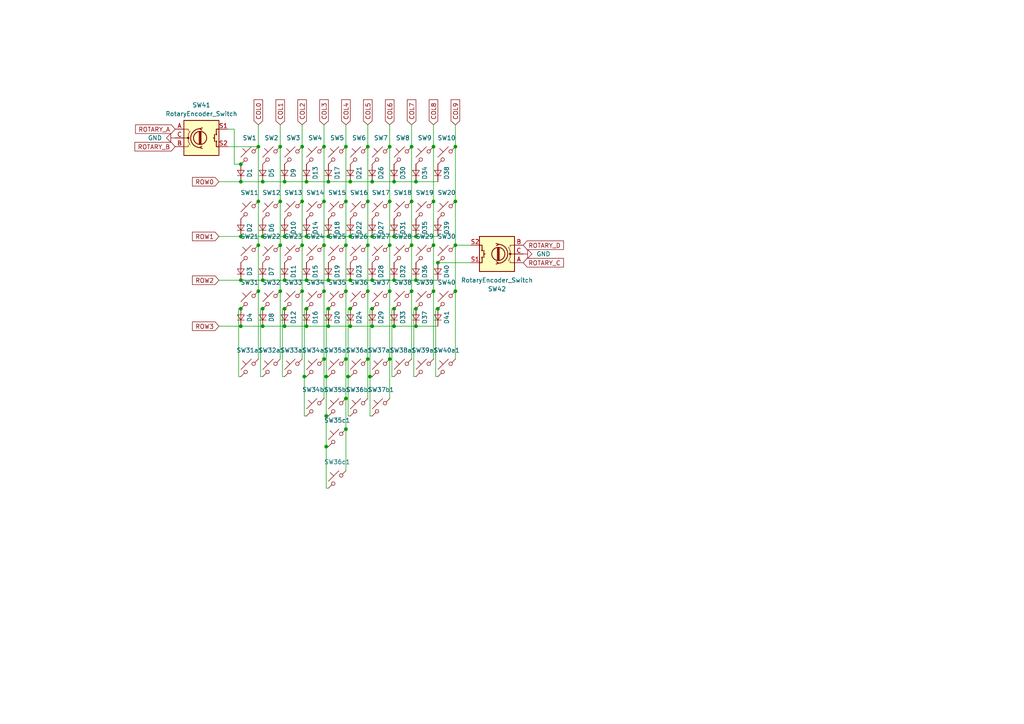
<source format=kicad_sch>
(kicad_sch (version 20230121) (generator eeschema)
  (paper "A4")
  (lib_symbols
    (symbol "ComboDiode:D_Small" (pin_numbers hide) (pin_names (offset 0.254) hide)
      (property "Reference" "D" (at -1.27 2.032 0))
      (property "Value" "D_Small" (at -3.81 -2.032 0))
      (symbol "D_Small_0_1"
        (polyline (pts (xy -0.762 -1.016) (xy -0.762 1.016)))
        (polyline (pts (xy -0.762 0) (xy 0.762 0)))
        (polyline (pts (xy 0.762 -1.016) (xy -0.762 0) (xy 0.762 1.016) (xy 0.762 -1.016)))
      )
      (symbol "D_Small_1_1"
        (pin passive line (at -2.54 0 0) (length 1.778) (name "K") (number "1"))
        (pin passive line (at 2.54 0 180) (length 1.778) (name "A") (number "2"))
      )
    )
    (symbol "Device:RotaryEncoder_Switch" (pin_names (offset 0.254) hide)
      (property "Reference" "SW" (at 0 6.604 0))
      (property "Value" "RotaryEncoder_Switch" (at 0 -6.604 0))
      (symbol "RotaryEncoder_Switch_0_1"
        (rectangle (start -5.08 5.08) (end 5.08 -5.08) (stroke (width 0.254)) (fill (type background)))
        (circle (center -3.81 0) (radius 0.254) (fill (type outline)))
        (circle (center -0.381 0) (radius 1.905) (stroke (width 0.254)))
        (arc (start -0.381 2.667) (mid -3.0988 -0.0635) (end -0.381 -2.794) (stroke (width 0.254)))
        (polyline (pts (xy -0.635 -1.778) (xy -0.635 1.778)) (stroke (width 0.254)))
        (polyline (pts (xy -0.381 -1.778) (xy -0.381 1.778)) (stroke (width 0.254)))
        (polyline (pts (xy -0.127 1.778) (xy -0.127 -1.778)) (stroke (width 0.254)))
        (polyline (pts (xy 3.81 0) (xy 3.429 0)) (stroke (width 0.254)))
        (polyline (pts (xy 3.81 1.016) (xy 3.81 -1.016)) (stroke (width 0.254)))
        (polyline (pts (xy -5.08 -2.54) (xy -3.81 -2.54) (xy -3.81 -2.032)))
        (polyline (pts (xy -5.08 2.54) (xy -3.81 2.54) (xy -3.81 2.032)))
        (polyline (pts (xy 0.254 -3.048) (xy -0.508 -2.794) (xy 0.127 -2.413)) (stroke (width 0.254)))
        (polyline (pts (xy 0.254 2.921) (xy -0.508 2.667) (xy 0.127 2.286)) (stroke (width 0.254)))
        (polyline (pts (xy 5.08 -2.54) (xy 4.318 -2.54) (xy 4.318 -1.016)) (stroke (width 0.254)))
        (polyline (pts (xy 5.08 2.54) (xy 4.318 2.54) (xy 4.318 1.016)) (stroke (width 0.254)))
        (polyline (pts (xy -5.08 0) (xy -3.81 0) (xy -3.81 -1.016) (xy -3.302 -2.032)))
        (polyline (pts (xy -4.318 0) (xy -3.81 0) (xy -3.81 1.016) (xy -3.302 2.032)))
        (circle (center 4.318 -1.016) (radius 0.127) (stroke (width 0.254)))
        (circle (center 4.318 1.016) (radius 0.127) (stroke (width 0.254)))
      )
      (symbol "RotaryEncoder_Switch_1_1"
        (pin passive line (at -7.62 2.54 0) (length 2.54) (name "A") (number "A"))
        (pin passive line (at -7.62 -2.54 0) (length 2.54) (name "B") (number "B"))
        (pin passive line (at -7.62 0 0) (length 2.54) (name "C") (number "C"))
        (pin passive line (at 7.62 2.54 180) (length 2.54) (name "S1") (number "S1"))
        (pin passive line (at 7.62 -2.54 180) (length 2.54) (name "S2") (number "S2"))
      )
    )
    (symbol "Switch:SW_Push_45deg" (pin_numbers hide) (pin_names (offset 1.016) hide)
      (property "Reference" "SW" (at 3.048 1.016 0))
      (property "Value" "SW_Push_45deg" (at 0 -3.81 0))
      (symbol "SW_Push_45deg_0_1"
        (circle (center -1.1684 1.1684) (radius 0.508))
        (polyline (pts (xy -0.508 2.54) (xy 2.54 -0.508)))
        (polyline (pts (xy 1.016 1.016) (xy 2.032 2.032)))
        (polyline (pts (xy -2.54 2.54) (xy -1.524 1.524) (xy -1.524 1.524)))
        (polyline (pts (xy 1.524 -1.524) (xy 2.54 -2.54) (xy 2.54 -2.54) (xy 2.54 -2.54)))
        (circle (center 1.143 -1.1938) (radius 0.508))
        (pin passive line (at -2.54 2.54 0) (length 0) (name "1") (number "1"))
        (pin passive line (at 2.54 -2.54 180) (length 0) (name "2") (number "2"))
      )
    )
    (symbol "power:GND" (power) (pin_names (offset 0))
      (property "Value" "GND" (at 0 -3.81 0))
      (symbol "GND_0_1"
        (polyline (pts (xy 0 0) (xy 0 -1.27) (xy 1.27 -1.27) (xy 0 -2.54) (xy -1.27 -1.27) (xy 0 -1.27)))
      )
      (symbol "GND_1_1"
        (pin power_in line (at 0 0 270) (length 0) hide (name "GND") (number "1"))
      )
    )
  )
  (junction (at 95.25 89.535))
  (junction (at 82.55 89.535))
  (junction (at 93.98 84.455))
  (junction (at 127 76.2))
  (junction (at 76.2 81.28))
  (junction (at 95.25 68.58))
  (junction (at 88.9 94.615))
  (junction (at 127 89.535))
  (junction (at 87.63 71.12))
  (junction (at 101.6 89.535))
  (junction (at 119.38 42.545))
  (junction (at 106.68 104.14))
  (junction (at 120.65 68.58))
  (junction (at 87.63 84.455))
  (junction (at 76.2 68.58))
  (junction (at 100.965 109.22))
  (junction (at 119.38 58.42))
  (junction (at 114.3 89.535))
  (junction (at 114.3 68.58))
  (junction (at 88.265 109.22))
  (junction (at 132.08 84.455))
  (junction (at 132.08 58.42))
  (junction (at 74.93 71.12))
  (junction (at 101.6 94.615))
  (junction (at 114.3 94.615))
  (junction (at 93.98 71.12))
  (junction (at 76.2 94.615))
  (junction (at 81.28 58.42))
  (junction (at 106.68 71.12))
  (junction (at 100.33 42.545))
  (junction (at 120.65 94.615))
  (junction (at 74.93 84.455))
  (junction (at 81.28 42.545))
  (junction (at 114.3 81.28))
  (junction (at 100.33 104.14))
  (junction (at 95.25 81.28))
  (junction (at 82.55 94.615))
  (junction (at 113.03 58.42))
  (junction (at 114.3 52.705))
  (junction (at 107.95 89.535))
  (junction (at 125.73 58.42))
  (junction (at 94.615 129.54))
  (junction (at 107.95 94.615))
  (junction (at 69.85 47.625))
  (junction (at 88.9 89.535))
  (junction (at 69.85 81.28))
  (junction (at 100.33 84.455))
  (junction (at 94.615 120.65))
  (junction (at 101.6 68.58))
  (junction (at 93.98 58.42))
  (junction (at 132.08 42.545))
  (junction (at 106.68 58.42))
  (junction (at 94.615 109.22))
  (junction (at 95.25 94.615))
  (junction (at 106.68 42.545))
  (junction (at 76.2 89.535))
  (junction (at 119.38 71.12))
  (junction (at 113.03 42.545))
  (junction (at 113.03 104.14))
  (junction (at 88.9 68.58))
  (junction (at 93.98 104.14))
  (junction (at 125.73 84.455))
  (junction (at 88.9 81.28))
  (junction (at 120.65 52.705))
  (junction (at 69.85 94.615))
  (junction (at 113.03 71.12))
  (junction (at 132.08 71.12))
  (junction (at 76.2 52.705))
  (junction (at 82.55 68.58))
  (junction (at 100.33 58.42))
  (junction (at 88.9 52.705))
  (junction (at 82.55 81.28))
  (junction (at 101.6 81.28))
  (junction (at 106.68 84.455))
  (junction (at 69.85 68.58))
  (junction (at 107.315 109.22))
  (junction (at 100.33 71.12))
  (junction (at 87.63 42.545))
  (junction (at 87.63 58.42))
  (junction (at 81.28 71.12))
  (junction (at 82.55 52.705))
  (junction (at 93.98 42.545))
  (junction (at 95.25 52.705))
  (junction (at 107.95 68.58))
  (junction (at 74.93 42.545))
  (junction (at 107.95 52.705))
  (junction (at 100.33 115.57))
  (junction (at 101.6 52.705))
  (junction (at 69.85 52.705))
  (junction (at 125.73 42.545))
  (junction (at 119.38 84.455))
  (junction (at 125.73 71.12))
  (junction (at 120.65 81.28))
  (junction (at 69.85 89.535))
  (junction (at 113.03 84.455))
  (junction (at 100.33 124.46))
  (junction (at 74.93 58.42))
  (junction (at 107.95 81.28))
  (junction (at 120.65 89.535))
  (junction (at 81.28 84.455))
  (wire (pts (xy 113.03 58.42) (xy 113.03 42.545)))
  (wire (pts (xy 69.215 89.535) (xy 69.215 109.22)))
  (wire (pts (xy 126.365 89.535) (xy 126.365 109.22)))
  (wire (pts (xy 132.08 36.195) (xy 132.08 42.545)))
  (wire (pts (xy 74.93 84.455) (xy 74.93 104.14)))
  (wire (pts (xy 119.38 84.455) (xy 119.38 104.14)))
  (wire (pts (xy 66.04 42.545) (xy 74.93 42.545)))
  (wire (pts (xy 67.945 47.625) (xy 69.85 47.625)))
  (wire (pts (xy 101.6 81.28) (xy 95.25 81.28)))
  (wire (pts (xy 82.55 52.705) (xy 88.9 52.705)))
  (wire (pts (xy 114.3 81.28) (xy 107.95 81.28)))
  (wire (pts (xy 93.98 71.12) (xy 93.98 84.455)))
  (wire (pts (xy 94.615 120.65) (xy 94.615 129.54)))
  (wire (pts (xy 69.85 94.615) (xy 76.2 94.615)))
  (wire (pts (xy 106.68 84.455) (xy 106.68 104.14)))
  (wire (pts (xy 127 68.58) (xy 120.65 68.58)))
  (wire (pts (xy 87.63 71.12) (xy 87.63 84.455)))
  (wire (pts (xy 106.68 42.545) (xy 106.68 58.42)))
  (wire (pts (xy 94.615 129.54) (xy 94.615 141.605)))
  (wire (pts (xy 95.25 52.705) (xy 101.6 52.705)))
  (wire (pts (xy 107.95 81.28) (xy 101.6 81.28)))
  (wire (pts (xy 120.65 81.28) (xy 114.3 81.28)))
  (wire (pts (xy 93.98 58.42) (xy 93.98 71.12)))
  (wire (pts (xy 94.615 129.54) (xy 95.25 129.54)))
  (wire (pts (xy 63.5 94.615) (xy 69.85 94.615)))
  (wire (pts (xy 127 76.2) (xy 136.525 76.2)))
  (wire (pts (xy 81.28 71.12) (xy 81.28 84.455)))
  (wire (pts (xy 107.95 94.615) (xy 114.3 94.615)))
  (wire (pts (xy 125.73 58.42) (xy 125.73 71.12)))
  (wire (pts (xy 81.28 36.195) (xy 81.28 42.545)))
  (wire (pts (xy 76.2 94.615) (xy 82.55 94.615)))
  (wire (pts (xy 120.015 109.22) (xy 120.65 109.22)))
  (wire (pts (xy 81.28 58.42) (xy 81.28 71.12)))
  (wire (pts (xy 94.615 120.65) (xy 95.25 120.65)))
  (wire (pts (xy 82.55 89.535) (xy 81.915 89.535)))
  (wire (pts (xy 132.08 58.42) (xy 132.08 71.12)))
  (wire (pts (xy 93.98 42.545) (xy 93.98 58.42)))
  (wire (pts (xy 120.65 94.615) (xy 127 94.615)))
  (wire (pts (xy 106.68 58.42) (xy 106.68 71.12)))
  (wire (pts (xy 88.265 120.65) (xy 88.9 120.65)))
  (wire (pts (xy 81.28 42.545) (xy 81.28 58.42)))
  (wire (pts (xy 101.6 89.535) (xy 100.965 89.535)))
  (wire (pts (xy 94.615 89.535) (xy 94.615 109.22)))
  (wire (pts (xy 127 81.28) (xy 120.65 81.28)))
  (wire (pts (xy 113.03 71.12) (xy 113.03 58.42)))
  (wire (pts (xy 126.365 109.22) (xy 127 109.22)))
  (wire (pts (xy 82.55 81.28) (xy 76.2 81.28)))
  (wire (pts (xy 100.33 71.12) (xy 100.33 84.455)))
  (wire (pts (xy 113.665 89.535) (xy 113.665 109.22)))
  (wire (pts (xy 88.9 94.615) (xy 95.25 94.615)))
  (wire (pts (xy 88.265 109.22) (xy 88.265 120.65)))
  (wire (pts (xy 125.73 42.545) (xy 125.73 58.42)))
  (wire (pts (xy 82.55 68.58) (xy 76.2 68.58)))
  (wire (pts (xy 74.93 71.12) (xy 74.93 58.42)))
  (wire (pts (xy 132.08 42.545) (xy 132.08 58.42)))
  (wire (pts (xy 113.03 71.12) (xy 113.03 84.455)))
  (wire (pts (xy 95.25 68.58) (xy 88.9 68.58)))
  (wire (pts (xy 95.25 94.615) (xy 101.6 94.615)))
  (wire (pts (xy 69.85 89.535) (xy 69.215 89.535)))
  (wire (pts (xy 113.665 109.22) (xy 114.3 109.22)))
  (wire (pts (xy 81.915 89.535) (xy 81.915 109.22)))
  (wire (pts (xy 119.38 71.12) (xy 119.38 84.455)))
  (wire (pts (xy 132.08 84.455) (xy 132.08 104.14)))
  (wire (pts (xy 119.38 36.195) (xy 119.38 42.545)))
  (wire (pts (xy 74.93 36.195) (xy 74.93 42.545)))
  (wire (pts (xy 100.33 124.46) (xy 100.33 136.525)))
  (wire (pts (xy 100.33 58.42) (xy 100.33 71.12)))
  (wire (pts (xy 114.3 52.705) (xy 120.65 52.705)))
  (wire (pts (xy 82.55 94.615) (xy 88.9 94.615)))
  (wire (pts (xy 100.965 109.22) (xy 100.965 120.65)))
  (wire (pts (xy 136.525 71.12) (xy 132.08 71.12)))
  (wire (pts (xy 100.33 84.455) (xy 100.33 104.14)))
  (wire (pts (xy 81.915 109.22) (xy 82.55 109.22)))
  (wire (pts (xy 101.6 52.705) (xy 107.95 52.705)))
  (wire (pts (xy 81.28 84.455) (xy 81.28 104.14)))
  (wire (pts (xy 120.65 68.58) (xy 114.3 68.58)))
  (wire (pts (xy 119.38 42.545) (xy 119.38 58.42)))
  (wire (pts (xy 63.5 52.705) (xy 69.85 52.705)))
  (wire (pts (xy 114.3 94.615) (xy 120.65 94.615)))
  (wire (pts (xy 88.9 52.705) (xy 95.25 52.705)))
  (wire (pts (xy 87.63 71.12) (xy 87.63 58.42)))
  (wire (pts (xy 100.965 120.65) (xy 101.6 120.65)))
  (wire (pts (xy 69.85 81.28) (xy 63.5 81.28)))
  (wire (pts (xy 69.85 52.705) (xy 76.2 52.705)))
  (wire (pts (xy 94.615 141.605) (xy 95.25 141.605)))
  (wire (pts (xy 74.93 42.545) (xy 74.93 58.42)))
  (wire (pts (xy 74.93 71.12) (xy 74.93 84.455)))
  (wire (pts (xy 113.03 104.14) (xy 113.03 115.57)))
  (wire (pts (xy 100.33 115.57) (xy 100.33 124.46)))
  (wire (pts (xy 93.98 36.195) (xy 93.98 42.545)))
  (wire (pts (xy 100.33 104.14) (xy 100.33 115.57)))
  (wire (pts (xy 100.33 36.195) (xy 100.33 42.545)))
  (wire (pts (xy 75.565 89.535) (xy 75.565 109.22)))
  (wire (pts (xy 87.63 58.42) (xy 87.63 42.545)))
  (wire (pts (xy 107.95 52.705) (xy 114.3 52.705)))
  (wire (pts (xy 88.265 89.535) (xy 88.265 109.22)))
  (wire (pts (xy 114.3 68.58) (xy 107.95 68.58)))
  (wire (pts (xy 93.98 84.455) (xy 93.98 104.14)))
  (wire (pts (xy 87.63 36.195) (xy 87.63 42.545)))
  (wire (pts (xy 93.98 104.14) (xy 93.98 115.57)))
  (wire (pts (xy 87.63 84.455) (xy 87.63 104.14)))
  (wire (pts (xy 100.33 42.545) (xy 100.33 58.42)))
  (wire (pts (xy 107.95 89.535) (xy 107.315 89.535)))
  (wire (pts (xy 88.9 89.535) (xy 88.265 89.535)))
  (wire (pts (xy 114.3 89.535) (xy 113.665 89.535)))
  (wire (pts (xy 125.73 36.195) (xy 125.73 42.545)))
  (wire (pts (xy 100.965 109.22) (xy 101.6 109.22)))
  (wire (pts (xy 69.215 109.22) (xy 69.85 109.22)))
  (wire (pts (xy 88.9 68.58) (xy 82.55 68.58)))
  (wire (pts (xy 127 89.535) (xy 126.365 89.535)))
  (wire (pts (xy 75.565 109.22) (xy 76.2 109.22)))
  (wire (pts (xy 95.25 89.535) (xy 94.615 89.535)))
  (wire (pts (xy 94.615 109.22) (xy 94.615 120.65)))
  (wire (pts (xy 76.2 68.58) (xy 69.85 68.58)))
  (wire (pts (xy 106.68 71.12) (xy 106.68 84.455)))
  (wire (pts (xy 125.73 84.455) (xy 125.73 104.14)))
  (wire (pts (xy 120.015 89.535) (xy 120.015 109.22)))
  (wire (pts (xy 107.315 120.65) (xy 107.95 120.65)))
  (wire (pts (xy 88.9 81.28) (xy 82.55 81.28)))
  (wire (pts (xy 67.945 37.465) (xy 67.945 47.625)))
  (wire (pts (xy 107.315 89.535) (xy 107.315 109.22)))
  (wire (pts (xy 113.03 84.455) (xy 113.03 104.14)))
  (wire (pts (xy 76.2 89.535) (xy 75.565 89.535)))
  (wire (pts (xy 107.95 68.58) (xy 101.6 68.58)))
  (wire (pts (xy 76.2 52.705) (xy 82.55 52.705)))
  (wire (pts (xy 88.265 109.22) (xy 88.9 109.22)))
  (wire (pts (xy 95.25 81.28) (xy 88.9 81.28)))
  (wire (pts (xy 125.73 71.12) (xy 125.73 84.455)))
  (wire (pts (xy 100.965 89.535) (xy 100.965 109.22)))
  (wire (pts (xy 107.315 109.22) (xy 107.315 120.65)))
  (wire (pts (xy 66.04 37.465) (xy 67.945 37.465)))
  (wire (pts (xy 101.6 68.58) (xy 95.25 68.58)))
  (wire (pts (xy 69.85 68.58) (xy 63.5 68.58)))
  (wire (pts (xy 119.38 58.42) (xy 119.38 71.12)))
  (wire (pts (xy 76.2 81.28) (xy 69.85 81.28)))
  (wire (pts (xy 132.08 71.12) (xy 132.08 84.455)))
  (wire (pts (xy 106.68 104.14) (xy 106.68 115.57)))
  (wire (pts (xy 94.615 109.22) (xy 95.25 109.22)))
  (wire (pts (xy 120.65 52.705) (xy 127 52.705)))
  (wire (pts (xy 113.03 36.195) (xy 113.03 42.545)))
  (wire (pts (xy 106.68 36.195) (xy 106.68 42.545)))
  (wire (pts (xy 101.6 94.615) (xy 107.95 94.615)))
  (wire (pts (xy 120.65 89.535) (xy 120.015 89.535)))
  (wire (pts (xy 107.315 109.22) (xy 107.95 109.22)))
  (global_label "ROTARY_D" (shape input) (at 151.765 71.12 0) (property "Intersheetrefs" "${INTERSHEET_REFS}" (effects hide)))
  (global_label "COL7" (shape input) (at 119.38 36.195 90) (property "Intersheetrefs" "${INTERSHEET_REFS}" (effects hide)))
  (global_label "ROTARY_B" (shape input) (at 50.8 42.545 180) (property "Intersheetrefs" "${INTERSHEET_REFS}" (effects hide)))
  (global_label "COL8" (shape input) (at 125.73 36.195 90) (property "Intersheetrefs" "${INTERSHEET_REFS}" (effects hide)))
  (global_label "ROW3" (shape input) (at 63.5 94.615 180) (property "Intersheetrefs" "${INTERSHEET_REFS}" (effects hide)))
  (global_label "ROW0" (shape input) (at 63.5 52.705 180) (property "Intersheetrefs" "${INTERSHEET_REFS}" (effects hide)))
  (global_label "ROTARY_C" (shape input) (at 151.765 76.2 0) (property "Intersheetrefs" "${INTERSHEET_REFS}" (effects hide)))
  (global_label "COL5" (shape input) (at 106.68 36.195 90) (property "Intersheetrefs" "${INTERSHEET_REFS}" (effects hide)))
  (global_label "COL2" (shape input) (at 87.63 36.195 90) (property "Intersheetrefs" "${INTERSHEET_REFS}" (effects hide)))
  (global_label "ROW2" (shape input) (at 63.5 81.28 180) (property "Intersheetrefs" "${INTERSHEET_REFS}" (effects hide)))
  (global_label "COL4" (shape input) (at 100.33 36.195 90) (property "Intersheetrefs" "${INTERSHEET_REFS}" (effects hide)))
  (global_label "COL6" (shape input) (at 113.03 36.195 90) (property "Intersheetrefs" "${INTERSHEET_REFS}" (effects hide)))
  (global_label "ROW1" (shape input) (at 63.5 68.58 180) (property "Intersheetrefs" "${INTERSHEET_REFS}" (effects hide)))
  (global_label "COL0" (shape input) (at 74.93 36.195 90) (property "Intersheetrefs" "${INTERSHEET_REFS}" (effects hide)))
  (global_label "COL9" (shape input) (at 132.08 36.195 90) (property "Intersheetrefs" "${INTERSHEET_REFS}" (effects hide)))
  (global_label "COL1" (shape input) (at 81.28 36.195 90) (property "Intersheetrefs" "${INTERSHEET_REFS}" (effects hide)))
  (global_label "ROTARY_A" (shape input) (at 50.8 37.465 180) (property "Intersheetrefs" "${INTERSHEET_REFS}" (effects hide)))
  (global_label "COL3" (shape input) (at 93.98 36.195 90) (property "Intersheetrefs" "${INTERSHEET_REFS}" (effects hide)))
  (symbol (lib_id "Switch:SW_Push_45deg") (at 97.79 45.085 0) (mirror y) (unit 1)
    (property "Reference" "SW5" (at 97.79 40.005 0))
    (property "Value" "SW_Push_45deg" (effects hide))
    (property "Footprint" "MX_Only:MXOnly-1U-NoLED" (effects hide))
  )
  (symbol (lib_id "Switch:SW_Push_45deg") (at 123.19 106.68 0) (mirror y) (unit 1)
    (property "Reference" "SW39a1" (at 123.19 101.6 0))
    (property "Value" "SW_Push_45deg" (effects hide))
    (property "Footprint" "MX_Only:MXOnly-1U-NoLED" (effects hide))
  )
  (symbol (lib_id "ComboDiode:D_Small") (at 82.55 92.075 270) (mirror x) (unit 1)
    (property "Reference" "D12" (at 85.09 92.075 0))
    (property "Value" "D_Small" (effects hide))
    (property "Footprint" "Diode_SMD:D_SOD-123F" (effects hide))
  )
  (symbol (lib_id "ComboDiode:D_Small") (at 120.65 66.04 270) (mirror x) (unit 1)
    (property "Reference" "D35" (at 123.19 66.04 0))
    (property "Value" "D_Small" (effects hide))
    (property "Footprint" "Diode_SMD:D_SOD-123F" (effects hide))
  )
  (symbol (lib_id "Switch:SW_Push_45deg") (at 97.79 127 0) (mirror y) (unit 1)
    (property "Reference" "SW35c1" (at 97.79 121.92 0))
    (property "Value" "SW_Push_45deg" (effects hide))
    (property "Footprint" "MX_Only:MXOnly-6U-Centered-ReversedStabilizers-NoLED" (effects hide))
  )
  (symbol (lib_id "Device:RotaryEncoder_Switch") (at 144.145 73.66 180) (unit 1)
    (property "Reference" "SW42" (at 144.145 83.82 0))
    (property "Value" "RotaryEncoder_Switch" (at 144.145 81.28 0))
    (property "Footprint" "Keebio-Parts:RotaryEncoder_EC11-no-legs" (effects hide))
  )
  (symbol (lib_id "ComboDiode:D_Small") (at 82.55 50.165 270) (mirror x) (unit 1)
    (property "Reference" "D9" (at 85.09 50.165 0))
    (property "Value" "D_Small" (effects hide))
    (property "Footprint" "Diode_SMD:D_SOD-123F" (effects hide))
  )
  (symbol (lib_id "ComboDiode:D_Small") (at 82.55 78.74 270) (mirror x) (unit 1)
    (property "Reference" "D11" (at 85.09 78.74 0))
    (property "Value" "D_Small" (effects hide))
    (property "Footprint" "Diode_SMD:D_SOD-123F" (effects hide))
  )
  (symbol (lib_id "ComboDiode:D_Small") (at 88.9 50.165 270) (mirror x) (unit 1)
    (property "Reference" "D13" (at 91.44 50.165 0))
    (property "Value" "D_Small" (effects hide))
    (property "Footprint" "Diode_SMD:D_SOD-123F" (effects hide))
  )
  (symbol (lib_id "Switch:SW_Push_45deg") (at 129.54 60.96 0) (mirror y) (unit 1)
    (property "Reference" "SW20" (at 129.54 55.88 0))
    (property "Value" "SW_Push_45deg" (effects hide))
    (property "Footprint" "MX_Only:MXOnly-1U-NoLED" (effects hide))
  )
  (symbol (lib_id "Switch:SW_Push_45deg") (at 123.19 60.96 0) (mirror y) (unit 1)
    (property "Reference" "SW19" (at 123.19 55.88 0))
    (property "Value" "SW_Push_45deg" (effects hide))
    (property "Footprint" "MX_Only:MXOnly-1U-NoLED" (effects hide))
  )
  (symbol (lib_id "ComboDiode:D_Small") (at 88.9 66.04 270) (mirror x) (unit 1)
    (property "Reference" "D14" (at 91.44 66.04 0))
    (property "Value" "D_Small" (effects hide))
    (property "Footprint" "Diode_SMD:D_SOD-123F" (effects hide))
  )
  (symbol (lib_id "Switch:SW_Push_45deg") (at 116.84 86.995 0) (mirror y) (unit 1)
    (property "Reference" "SW38" (at 116.84 81.915 0))
    (property "Value" "SW_Push_45deg" (effects hide))
    (property "Footprint" "MX_Only:MXOnly-1U-NoLED" (effects hide))
  )
  (symbol (lib_id "ComboDiode:D_Small") (at 76.2 78.74 270) (mirror x) (unit 1)
    (property "Reference" "D7" (at 78.74 78.74 0))
    (property "Value" "D_Small" (effects hide))
    (property "Footprint" "Diode_SMD:D_SOD-123F" (effects hide))
  )
  (symbol (lib_id "Switch:SW_Push_45deg") (at 123.19 73.66 0) (mirror y) (unit 1)
    (property "Reference" "SW29" (at 123.19 68.58 0))
    (property "Value" "SW_Push_45deg" (effects hide))
    (property "Footprint" "MX_Only:MXOnly-1U-NoLED" (effects hide))
  )
  (symbol (lib_id "Switch:SW_Push_45deg") (at 78.74 86.995 0) (mirror y) (unit 1)
    (property "Reference" "SW32" (at 78.74 81.915 0))
    (property "Value" "SW_Push_45deg" (effects hide))
    (property "Footprint" "MX_Only:MXOnly-1U-NoLED" (effects hide))
  )
  (symbol (lib_id "ComboDiode:D_Small") (at 69.85 92.075 270) (mirror x) (unit 1)
    (property "Reference" "D4" (at 72.39 92.075 0))
    (property "Value" "D_Small" (effects hide))
    (property "Footprint" "Diode_SMD:D_SOD-123F" (effects hide))
  )
  (symbol (lib_id "ComboDiode:D_Small") (at 127 66.04 270) (mirror x) (unit 1)
    (property "Reference" "D39" (at 129.54 66.04 0))
    (property "Value" "D_Small" (effects hide))
    (property "Footprint" "Diode_SMD:D_SOD-123F" (effects hide))
  )
  (symbol (lib_id "ComboDiode:D_Small") (at 114.3 92.075 270) (mirror x) (unit 1)
    (property "Reference" "D33" (at 116.84 92.075 0))
    (property "Value" "D_Small" (effects hide))
    (property "Footprint" "Diode_SMD:D_SOD-123F" (effects hide))
  )
  (symbol (lib_id "ComboDiode:D_Small") (at 127 50.165 270) (mirror x) (unit 1)
    (property "Reference" "D38" (at 129.54 50.165 0))
    (property "Value" "D_Small" (effects hide))
    (property "Footprint" "Diode_SMD:D_SOD-123F" (effects hide))
  )
  (symbol (lib_id "Switch:SW_Push_45deg") (at 91.44 73.66 0) (mirror y) (unit 1)
    (property "Reference" "SW24" (at 91.44 68.58 0))
    (property "Value" "SW_Push_45deg" (effects hide))
    (property "Footprint" "MX_Only:MXOnly-1U-NoLED" (effects hide))
  )
  (symbol (lib_id "power:GND") (at 50.8 40.005 270) (unit 1)
    (property "Reference" "#PWR0124" (effects hide))
    (property "Value" "GND" (at 46.99 40.0049 90) (effects (justify right)))
    (instances (project "Didaktik STEM" (path "" (reference "#PWR0124") (unit 1)) (path "" (reference "#PWR08") (unit 1))))
  )
  (symbol (lib_id "Switch:SW_Push_45deg") (at 129.54 45.085 0) (mirror y) (unit 1)
    (property "Reference" "SW10" (at 129.54 40.005 0))
    (property "Value" "SW_Push_45deg" (effects hide))
    (property "Footprint" "MX_Only:MXOnly-1U-NoLED" (effects hide))
  )
  (symbol (lib_id "Switch:SW_Push_45deg") (at 97.79 139.065 0) (mirror y) (unit 1)
    (property "Reference" "SW36c1" (at 97.79 133.985 0))
    (property "Value" "SW_Push_45deg" (effects hide))
    (property "Footprint" "MX_Only:MXOnly-7U-ReversedStabilizers-NoLED" (effects hide))
  )
  (symbol (lib_id "ComboDiode:D_Small") (at 101.6 66.04 270) (mirror x) (unit 1)
    (property "Reference" "D22" (at 104.14 66.04 0))
    (property "Value" "D_Small" (effects hide))
    (property "Footprint" "Diode_SMD:D_SOD-123F" (effects hide))
  )
  (symbol (lib_id "Switch:SW_Push_45deg") (at 104.14 118.11 0) (mirror y) (unit 1)
    (property "Reference" "SW36b1" (at 104.14 113.03 0))
    (property "Value" "SW_Push_45deg" (effects hide))
    (property "Footprint" "MX_Only:MXOnly-2U-ReversedStabilizers-NoLED" (effects hide))
  )
  (symbol (lib_id "Switch:SW_Push_45deg") (at 116.84 45.085 0) (mirror y) (unit 1)
    (property "Reference" "SW8" (at 116.84 40.005 0))
    (property "Value" "SW_Push_45deg" (effects hide))
    (property "Footprint" "MX_Only:MXOnly-1U-NoLED" (effects hide))
  )
  (symbol (lib_id "ComboDiode:D_Small") (at 88.9 92.075 270) (mirror x) (unit 1)
    (property "Reference" "D16" (at 91.44 92.075 0))
    (property "Value" "D_Small" (effects hide))
    (property "Footprint" "Diode_SMD:D_SOD-123F" (effects hide))
  )
  (symbol (lib_id "Switch:SW_Push_45deg") (at 116.84 106.68 0) (mirror y) (unit 1)
    (property "Reference" "SW38a1" (at 116.84 101.6 0))
    (property "Value" "SW_Push_45deg" (effects hide))
    (property "Footprint" "MX_Only:MXOnly-1U-NoLED" (effects hide))
  )
  (symbol (lib_id "Switch:SW_Push_45deg") (at 129.54 106.68 0) (mirror y) (unit 1)
    (property "Reference" "SW40a1" (at 129.54 101.6 0))
    (property "Value" "SW_Push_45deg" (effects hide))
    (property "Footprint" "MX_Only:MXOnly-1U-NoLED" (effects hide))
  )
  (symbol (lib_id "Switch:SW_Push_45deg") (at 72.39 106.68 0) (mirror y) (unit 1)
    (property "Reference" "SW31a1" (at 72.39 101.6 0))
    (property "Value" "SW_Push_45deg" (effects hide))
    (property "Footprint" "MX_Only:MXOnly-1U-NoLED" (effects hide))
  )
  (symbol (lib_id "Switch:SW_Push_45deg") (at 97.79 60.96 0) (mirror y) (unit 1)
    (property "Reference" "SW15" (at 97.79 55.88 0))
    (property "Value" "SW_Push_45deg" (effects hide))
    (property "Footprint" "MX_Only:MXOnly-1U-NoLED" (effects hide))
  )
  (symbol (lib_id "Switch:SW_Push_45deg") (at 91.44 118.11 0) (mirror y) (unit 1)
    (property "Reference" "SW34b1" (at 91.44 113.03 0))
    (property "Value" "SW_Push_45deg" (effects hide))
    (property "Footprint" "MX_Only:MXOnly-3U-ReversedStabilizers-NoLED" (effects hide))
  )
  (symbol (lib_id "Switch:SW_Push_45deg") (at 97.79 73.66 0) (mirror y) (unit 1)
    (property "Reference" "SW25" (at 97.79 68.58 0))
    (property "Value" "SW_Push_45deg" (effects hide))
    (property "Footprint" "MX_Only:MXOnly-1U-NoLED" (effects hide))
  )
  (symbol (lib_id "ComboDiode:D_Small") (at 95.25 78.74 270) (mirror x) (unit 1)
    (property "Reference" "D19" (at 97.79 78.74 0))
    (property "Value" "D_Small" (effects hide))
    (property "Footprint" "Diode_SMD:D_SOD-123F" (effects hide))
  )
  (symbol (lib_id "ComboDiode:D_Small") (at 120.65 92.075 270) (mirror x) (unit 1)
    (property "Reference" "D37" (at 123.19 92.075 0))
    (property "Value" "D_Small" (effects hide))
    (property "Footprint" "Diode_SMD:D_SOD-123F" (effects hide))
  )
  (symbol (lib_id "Switch:SW_Push_45deg") (at 72.39 60.96 0) (mirror y) (unit 1)
    (property "Reference" "SW11" (at 72.39 55.88 0))
    (property "Value" "SW_Push_45deg" (effects hide))
    (property "Footprint" "MX_Only:MXOnly-1U-NoLED" (effects hide))
  )
  (symbol (lib_id "Switch:SW_Push_45deg") (at 85.09 86.995 0) (mirror y) (unit 1)
    (property "Reference" "SW33" (at 85.09 81.915 0))
    (property "Value" "SW_Push_45deg" (effects hide))
    (property "Footprint" "MX_Only:MXOnly-1U-NoLED" (effects hide))
  )
  (symbol (lib_id "ComboDiode:D_Small") (at 107.95 50.165 270) (mirror x) (unit 1)
    (property "Reference" "D26" (at 110.49 50.165 0))
    (property "Value" "D_Small" (effects hide))
    (property "Footprint" "Diode_SMD:D_SOD-123F" (effects hide))
  )
  (symbol (lib_id "ComboDiode:D_Small") (at 88.9 78.74 270) (mirror x) (unit 1)
    (property "Reference" "D15" (at 91.44 78.74 0))
    (property "Value" "D_Small" (effects hide))
    (property "Footprint" "Diode_SMD:D_SOD-123F" (effects hide))
  )
  (symbol (lib_id "Switch:SW_Push_45deg") (at 91.44 60.96 0) (mirror y) (unit 1)
    (property "Reference" "SW14" (at 91.44 55.88 0))
    (property "Value" "SW_Push_45deg" (effects hide))
    (property "Footprint" "MX_Only:MXOnly-1U-NoLED" (effects hide))
  )
  (symbol (lib_id "Switch:SW_Push_45deg") (at 85.09 60.96 0) (mirror y) (unit 1)
    (property "Reference" "SW13" (at 85.09 55.88 0))
    (property "Value" "SW_Push_45deg" (effects hide))
    (property "Footprint" "MX_Only:MXOnly-1U-NoLED" (effects hide))
  )
  (symbol (lib_id "Switch:SW_Push_45deg") (at 110.49 73.66 0) (mirror y) (unit 1)
    (property "Reference" "SW27" (at 110.49 68.58 0))
    (property "Value" "SW_Push_45deg" (effects hide))
    (property "Footprint" "MX_Only:MXOnly-1U-NoLED" (effects hide))
  )
  (symbol (lib_id "Device:RotaryEncoder_Switch") (at 58.42 40.005 0) (unit 1)
    (property "Reference" "SW41" (at 58.42 30.48 0))
    (property "Value" "RotaryEncoder_Switch" (at 58.42 33.02 0))
    (property "Footprint" "Keebio-Parts:RotaryEncoder_EC11-no-legs" (effects hide))
  )
  (symbol (lib_id "Switch:SW_Push_45deg") (at 85.09 106.68 0) (mirror y) (unit 1)
    (property "Reference" "SW33a1" (at 85.09 101.6 0))
    (property "Value" "SW_Push_45deg" (effects hide))
    (property "Footprint" "MX_Only:MXOnly-1U-NoLED" (effects hide))
  )
  (symbol (lib_id "Switch:SW_Push_45deg") (at 72.39 45.085 0) (mirror y) (unit 1)
    (property "Reference" "SW1" (at 72.39 40.005 0))
    (property "Value" "SW_Push_45deg" (effects hide))
    (property "Footprint" "MX_Only:MXOnly-1U-NoLED" (effects hide))
  )
  (symbol (lib_id "Switch:SW_Push_45deg") (at 104.14 73.66 0) (mirror y) (unit 1)
    (property "Reference" "SW26" (at 104.14 68.58 0))
    (property "Value" "SW_Push_45deg" (effects hide))
    (property "Footprint" "MX_Only:MXOnly-1U-NoLED" (effects hide))
  )
  (symbol (lib_id "Switch:SW_Push_45deg") (at 72.39 86.995 0) (mirror y) (unit 1)
    (property "Reference" "SW31" (at 72.39 81.915 0))
    (property "Value" "SW_Push_45deg" (effects hide))
    (property "Footprint" "MX_Only:MXOnly-1.5U-NoLED" (effects hide))
  )
  (symbol (lib_id "ComboDiode:D_Small") (at 95.25 50.165 270) (mirror x) (unit 1)
    (property "Reference" "D17" (at 97.79 50.165 0))
    (property "Value" "D_Small" (effects hide))
    (property "Footprint" "Diode_SMD:D_SOD-123F" (effects hide))
  )
  (symbol (lib_id "Switch:SW_Push_45deg") (at 85.09 73.66 0) (mirror y) (unit 1)
    (property "Reference" "SW23" (at 85.09 68.58 0))
    (property "Value" "SW_Push_45deg" (effects hide))
    (property "Footprint" "MX_Only:MXOnly-1U-NoLED" (effects hide))
  )
  (symbol (lib_id "ComboDiode:D_Small") (at 114.3 66.04 270) (mirror x) (unit 1)
    (property "Reference" "D31" (at 116.84 66.04 0))
    (property "Value" "D_Small" (effects hide))
    (property "Footprint" "Diode_SMD:D_SOD-123F" (effects hide))
  )
  (symbol (lib_id "Switch:SW_Push_45deg") (at 129.54 73.66 0) (mirror y) (unit 1)
    (property "Reference" "SW30" (at 129.54 68.58 0))
    (property "Value" "SW_Push_45deg" (effects hide))
    (property "Footprint" "MX_Only:MXOnly-1U-NoLED" (effects hide))
  )
  (symbol (lib_id "Switch:SW_Push_45deg") (at 85.09 45.085 0) (mirror y) (unit 1)
    (property "Reference" "SW3" (at 85.09 40.005 0))
    (property "Value" "SW_Push_45deg" (effects hide))
    (property "Footprint" "MX_Only:MXOnly-1U-NoLED" (effects hide))
  )
  (symbol (lib_id "Switch:SW_Push_45deg") (at 116.84 73.66 0) (mirror y) (unit 1)
    (property "Reference" "SW28" (at 116.84 68.58 0))
    (property "Value" "SW_Push_45deg" (effects hide))
    (property "Footprint" "MX_Only:MXOnly-1U-NoLED" (effects hide))
  )
  (symbol (lib_id "ComboDiode:D_Small") (at 101.6 92.075 270) (mirror x) (unit 1)
    (property "Reference" "D24" (at 104.14 92.075 0))
    (property "Value" "D_Small" (effects hide))
    (property "Footprint" "Diode_SMD:D_SOD-123F" (effects hide))
  )
  (symbol (lib_id "Switch:SW_Push_45deg") (at 91.44 86.995 0) (mirror y) (unit 1)
    (property "Reference" "SW34" (at 91.44 81.915 0))
    (property "Value" "SW_Push_45deg" (effects hide))
    (property "Footprint" "MX_Only:MXOnly-1U-NoLED" (effects hide))
  )
  (symbol (lib_id "Switch:SW_Push_45deg") (at 104.14 86.995 0) (mirror y) (unit 1)
    (property "Reference" "SW36" (at 104.14 81.915 0))
    (property "Value" "SW_Push_45deg" (effects hide))
    (property "Footprint" "MX_Only:MXOnly-1U-NoLED" (effects hide))
  )
  (symbol (lib_id "ComboDiode:D_Small") (at 101.6 50.165 270) (mirror x) (unit 1)
    (property "Reference" "D21" (at 104.14 50.165 0))
    (property "Value" "D_Small" (effects hide))
    (property "Footprint" "Diode_SMD:D_SOD-123F" (effects hide))
  )
  (symbol (lib_id "ComboDiode:D_Small") (at 82.55 66.04 270) (mirror x) (unit 1)
    (property "Reference" "D10" (at 85.09 66.04 0))
    (property "Value" "D_Small" (effects hide))
    (property "Footprint" "Diode_SMD:D_SOD-123F" (effects hide))
  )
  (symbol (lib_id "ComboDiode:D_Small") (at 95.25 92.075 270) (mirror x) (unit 1)
    (property "Reference" "D20" (at 97.79 92.075 0))
    (property "Value" "D_Small" (effects hide))
    (property "Footprint" "Diode_SMD:D_SOD-123F" (effects hide))
  )
  (symbol (lib_id "ComboDiode:D_Small") (at 76.2 66.04 270) (mirror x) (unit 1)
    (property "Reference" "D6" (at 78.74 66.04 0))
    (property "Value" "D_Small" (effects hide))
    (property "Footprint" "Diode_SMD:D_SOD-123F" (effects hide))
  )
  (symbol (lib_id "Switch:SW_Push_45deg") (at 78.74 106.68 0) (mirror y) (unit 1)
    (property "Reference" "SW32a1" (at 78.74 101.6 0))
    (property "Value" "SW_Push_45deg" (effects hide))
    (property "Footprint" "MX_Only:MXOnly-1U-NoLED" (effects hide))
  )
  (symbol (lib_id "Switch:SW_Push_45deg") (at 110.49 86.995 0) (mirror y) (unit 1)
    (property "Reference" "SW37" (at 110.49 81.915 0))
    (property "Value" "SW_Push_45deg" (effects hide))
    (property "Footprint" "MX_Only:MXOnly-1U-NoLED" (effects hide))
  )
  (symbol (lib_id "ComboDiode:D_Small") (at 114.3 78.74 270) (mirror x) (unit 1)
    (property "Reference" "D32" (at 116.84 78.74 0))
    (property "Value" "D_Small" (effects hide))
    (property "Footprint" "Diode_SMD:D_SOD-123F" (effects hide))
  )
  (symbol (lib_id "Switch:SW_Push_45deg") (at 97.79 106.68 0) (mirror y) (unit 1)
    (property "Reference" "SW35a1" (at 97.79 101.6 0))
    (property "Value" "SW_Push_45deg" (effects hide))
    (property "Footprint" "MX_Only:MXOnly-1.5U-NoLED" (effects hide))
  )
  (symbol (lib_id "ComboDiode:D_Small") (at 127 78.74 270) (mirror x) (unit 1)
    (property "Reference" "D40" (at 129.54 78.74 0))
    (property "Value" "D_Small" (effects hide))
    (property "Footprint" "Diode_SMD:D_SOD-123F" (effects hide))
  )
  (symbol (lib_id "power:GND") (at 151.765 73.66 90) (unit 1)
    (property "Reference" "#PWR0121" (effects hide))
    (property "Value" "GND" (at 155.575 73.6601 90) (effects (justify right)))
    (instances (project "Didaktik STEM" (path "" (reference "#PWR0121") (unit 1)) (path "" (reference "#PWR09") (unit 1))))
  )
  (symbol (lib_id "ComboDiode:D_Small") (at 107.95 66.04 270) (mirror x) (unit 1)
    (property "Reference" "D27" (at 110.49 66.04 0))
    (property "Value" "D_Small" (effects hide))
    (property "Footprint" "Diode_SMD:D_SOD-123F" (effects hide))
  )
  (symbol (lib_id "Switch:SW_Push_45deg") (at 97.79 86.995 0) (mirror y) (unit 1)
    (property "Reference" "SW35" (at 97.79 81.915 0))
    (property "Value" "SW_Push_45deg" (effects hide))
    (property "Footprint" "MX_Only:MXOnly-1U-NoLED" (effects hide))
  )
  (symbol (lib_id "Switch:SW_Push_45deg") (at 116.84 60.96 0) (mirror y) (unit 1)
    (property "Reference" "SW18" (at 116.84 55.88 0))
    (property "Value" "SW_Push_45deg" (effects hide))
    (property "Footprint" "MX_Only:MXOnly-1U-NoLED" (effects hide))
  )
  (symbol (lib_id "Switch:SW_Push_45deg") (at 104.14 60.96 0) (mirror y) (unit 1)
    (property "Reference" "SW16" (at 104.14 55.88 0))
    (property "Value" "SW_Push_45deg" (effects hide))
    (property "Footprint" "MX_Only:MXOnly-1U-NoLED" (effects hide))
  )
  (symbol (lib_id "Switch:SW_Push_45deg") (at 91.44 45.085 0) (mirror y) (unit 1)
    (property "Reference" "SW4" (at 91.44 40.005 0))
    (property "Value" "SW_Push_45deg" (effects hide))
    (property "Footprint" "MX_Only:MXOnly-1U-NoLED" (effects hide))
  )
  (symbol (lib_id "ComboDiode:D_Small") (at 69.85 50.165 270) (mirror x) (unit 1)
    (property "Reference" "D1" (at 72.39 50.165 0))
    (property "Value" "D_Small" (effects hide))
    (property "Footprint" "Diode_SMD:D_SOD-123F" (effects hide))
  )
  (symbol (lib_id "ComboDiode:D_Small") (at 114.3 50.165 270) (mirror x) (unit 1)
    (property "Reference" "D30" (at 116.84 50.165 0))
    (property "Value" "D_Small" (effects hide))
    (property "Footprint" "Diode_SMD:D_SOD-123F" (effects hide))
  )
  (symbol (lib_id "Switch:SW_Push_45deg") (at 72.39 73.66 0) (mirror y) (unit 1)
    (property "Reference" "SW21" (at 72.39 68.58 0))
    (property "Value" "SW_Push_45deg" (effects hide))
    (property "Footprint" "MX_Only:MXOnly-1U-NoLED" (effects hide))
  )
  (symbol (lib_id "ComboDiode:D_Small") (at 107.95 78.74 270) (mirror x) (unit 1)
    (property "Reference" "D28" (at 110.49 78.74 0))
    (property "Value" "D_Small" (effects hide))
    (property "Footprint" "Diode_SMD:D_SOD-123F" (effects hide))
  )
  (symbol (lib_id "ComboDiode:D_Small") (at 95.25 66.04 270) (mirror x) (unit 1)
    (property "Reference" "D18" (at 97.79 66.04 0))
    (property "Value" "D_Small" (effects hide))
    (property "Footprint" "Diode_SMD:D_SOD-123F" (effects hide))
  )
  (symbol (lib_id "Switch:SW_Push_45deg") (at 91.44 106.68 0) (mirror y) (unit 1)
    (property "Reference" "SW34a1" (at 91.44 101.6 0))
    (property "Value" "SW_Push_45deg" (effects hide))
    (property "Footprint" "MX_Only:MXOnly-1U-NoLED" (effects hide))
  )
  (symbol (lib_id "Switch:SW_Push_45deg") (at 129.54 86.995 0) (mirror y) (unit 1)
    (property "Reference" "SW40" (at 129.54 81.915 0))
    (property "Value" "SW_Push_45deg" (effects hide))
    (property "Footprint" "MX_Only:MXOnly-1.5U-NoLED" (effects hide))
  )
  (symbol (lib_id "Switch:SW_Push_45deg") (at 110.49 45.085 0) (mirror y) (unit 1)
    (property "Reference" "SW7" (at 110.49 40.005 0))
    (property "Value" "SW_Push_45deg" (effects hide))
    (property "Footprint" "MX_Only:MXOnly-1U-NoLED" (effects hide))
  )
  (symbol (lib_id "Switch:SW_Push_45deg") (at 104.14 45.085 0) (mirror y) (unit 1)
    (property "Reference" "SW6" (at 104.14 40.005 0))
    (property "Value" "SW_Push_45deg" (effects hide))
    (property "Footprint" "MX_Only:MXOnly-1U-NoLED" (effects hide))
  )
  (symbol (lib_id "Switch:SW_Push_45deg") (at 123.19 86.995 0) (mirror y) (unit 1)
    (property "Reference" "SW39" (at 123.19 81.915 0))
    (property "Value" "SW_Push_45deg" (effects hide))
    (property "Footprint" "MX_Only:MXOnly-1U-NoLED" (effects hide))
  )
  (symbol (lib_id "ComboDiode:D_Small") (at 127 92.075 270) (mirror x) (unit 1)
    (property "Reference" "D41" (at 129.54 92.075 0))
    (property "Value" "D_Small" (effects hide))
    (property "Footprint" "Diode_SMD:D_SOD-123F" (effects hide))
  )
  (symbol (lib_id "Switch:SW_Push_45deg") (at 78.74 73.66 0) (mirror y) (unit 1)
    (property "Reference" "SW22" (at 78.74 68.58 0))
    (property "Value" "SW_Push_45deg" (effects hide))
    (property "Footprint" "MX_Only:MXOnly-1U-NoLED" (effects hide))
  )
  (symbol (lib_id "Switch:SW_Push_45deg") (at 97.79 118.11 0) (mirror y) (unit 1)
    (property "Reference" "SW35b1" (at 97.79 113.03 0))
    (property "Value" "SW_Push_45deg" (effects hide))
    (property "Footprint" "MX_Only:MXOnly-2U-ReversedStabilizers-NoLED" (effects hide))
  )
  (symbol (lib_id "Switch:SW_Push_45deg") (at 78.74 45.085 0) (mirror y) (unit 1)
    (property "Reference" "SW2" (at 78.74 40.005 0))
    (property "Value" "SW_Push_45deg" (effects hide))
    (property "Footprint" "MX_Only:MXOnly-1U-NoLED" (effects hide))
  )
  (symbol (lib_id "Switch:SW_Push_45deg") (at 110.49 118.11 0) (mirror y) (unit 1)
    (property "Reference" "SW37b1" (at 110.49 113.03 0))
    (property "Value" "SW_Push_45deg" (effects hide))
    (property "Footprint" "MX_Only:MXOnly-3U-ReversedStabilizers-NoLED" (effects hide))
  )
  (symbol (lib_id "Switch:SW_Push_45deg") (at 110.49 60.96 0) (mirror y) (unit 1)
    (property "Reference" "SW17" (at 110.49 55.88 0))
    (property "Value" "SW_Push_45deg" (effects hide))
    (property "Footprint" "MX_Only:MXOnly-1U-NoLED" (effects hide))
  )
  (symbol (lib_id "Switch:SW_Push_45deg") (at 78.74 60.96 0) (mirror y) (unit 1)
    (property "Reference" "SW12" (at 78.74 55.88 0))
    (property "Value" "SW_Push_45deg" (effects hide))
    (property "Footprint" "MX_Only:MXOnly-1U-NoLED" (effects hide))
  )
  (symbol (lib_id "ComboDiode:D_Small") (at 107.95 92.075 270) (mirror x) (unit 1)
    (property "Reference" "D29" (at 110.49 92.075 0))
    (property "Value" "D_Small" (effects hide))
    (property "Footprint" "Diode_SMD:D_SOD-123F" (effects hide))
  )
  (symbol (lib_id "ComboDiode:D_Small") (at 120.65 78.74 270) (mirror x) (unit 1)
    (property "Reference" "D36" (at 123.19 78.74 0))
    (property "Value" "D_Small" (effects hide))
    (property "Footprint" "Diode_SMD:D_SOD-123F" (effects hide))
  )
  (symbol (lib_id "ComboDiode:D_Small") (at 76.2 92.075 270) (mirror x) (unit 1)
    (property "Reference" "D8" (at 78.74 92.075 0))
    (property "Value" "D_Small" (effects hide))
    (property "Footprint" "Diode_SMD:D_SOD-123F" (effects hide))
  )
  (symbol (lib_id "ComboDiode:D_Small") (at 101.6 78.74 270) (mirror x) (unit 1)
    (property "Reference" "D23" (at 104.14 78.74 0))
    (property "Value" "D_Small" (effects hide))
    (property "Footprint" "Diode_SMD:D_SOD-123F" (effects hide))
  )
  (symbol (lib_id "ComboDiode:D_Small") (at 76.2 50.165 270) (mirror x) (unit 1)
    (property "Reference" "D5" (at 78.74 50.165 0))
    (property "Value" "D_Small" (effects hide))
    (property "Footprint" "Diode_SMD:D_SOD-123F" (effects hide))
  )
  (symbol (lib_id "ComboDiode:D_Small") (at 120.65 50.165 270) (mirror x) (unit 1)
    (property "Reference" "D34" (at 123.19 50.165 0))
    (property "Value" "D_Small" (effects hide))
    (property "Footprint" "Diode_SMD:D_SOD-123F" (effects hide))
  )
  (symbol (lib_id "ComboDiode:D_Small") (at 69.85 78.74 270) (mirror x) (unit 1)
    (property "Reference" "D3" (at 72.39 78.74 0))
    (property "Value" "D_Small" (effects hide))
    (property "Footprint" "Diode_SMD:D_SOD-123F" (effects hide))
  )
  (symbol (lib_id "Switch:SW_Push_45deg") (at 123.19 45.085 0) (mirror y) (unit 1)
    (property "Reference" "SW9" (at 123.19 40.005 0))
    (property "Value" "SW_Push_45deg" (effects hide))
    (property "Footprint" "MX_Only:MXOnly-1U-NoLED" (effects hide))
  )
  (symbol (lib_id "Switch:SW_Push_45deg") (at 104.14 106.68 0) (mirror y) (unit 1)
    (property "Reference" "SW36a1" (at 104.14 101.6 0))
    (property "Value" "SW_Push_45deg" (effects hide))
    (property "Footprint" "MX_Only:MXOnly-1.5U-NoLED" (effects hide))
  )
  (symbol (lib_id "Switch:SW_Push_45deg") (at 110.49 106.68 0) (mirror y) (unit 1)
    (property "Reference" "SW37a1" (at 110.49 101.6 0))
    (property "Value" "SW_Push_45deg" (effects hide))
    (property "Footprint" "MX_Only:MXOnly-1U-NoLED" (effects hide))
  )
  (symbol (lib_id "ComboDiode:D_Small") (at 69.85 66.04 270) (mirror x) (unit 1)
    (property "Reference" "D2" (at 72.39 66.04 0))
    (property "Value" "D_Small" (effects hide))
    (property "Footprint" "Diode_SMD:D_SOD-123F" (effects hide))
  )
)
</source>
